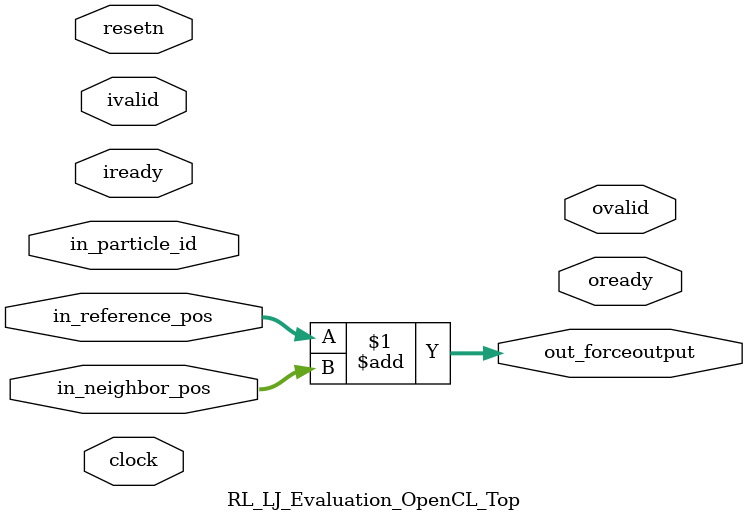
<source format=v>

module RL_LJ_Evaluation_OpenCL_Top
#(
	parameter DATA_WIDTH 					= 32,
	// Dataset defined parameters
	parameter CELL_ID_WIDTH					= 4,											// log(NUM_NEIGHBOR_CELLS)
	parameter MAX_CELL_PARTICLE_NUM		= 290,										// The maximum # of particles can be in a cell
	parameter CELL_ADDR_WIDTH				= 9,											// log(MAX_CELL_PARTICLE_NUM)
	parameter PARTICLE_ID_WIDTH			= CELL_ID_WIDTH*3+CELL_ADDR_WIDTH,	// # of bit used to represent particle ID, 9*9*7 cells, each 4-bit, each cell have max of 200 particles, 8-bit
	// In & Out buffer parameters
	parameter INPUT_BUFFER_DEPTH			= 4,
	parameter INPUT_BUFFER_ADDR_WIDTH	= 2,											// log INPUT_BUFFER_DEPTH / log 2
	parameter OUTPUT_BUFFER_DEPTH			= 64,											// This one should be large enough to hold all the values in the pipeline 
	parameter OUTPUT_BUFFER_ADDR_WIDTH	= 6,											// log OUTPUT_BUFFER_DEPTH / log 2
	// Filter parameters
	parameter FILTER_BUFFER_DEPTH 		= 32,
	parameter FILTER_BUFFER_ADDR_WIDTH	= 5,
	parameter CUTOFF_2 						= 32'h43100000,							// (12^2=144 in IEEE floating point)
	// Force Evaluation parameters
	parameter SEGMENT_NUM					= 14,
	parameter SEGMENT_WIDTH					= 4,
	parameter BIN_NUM							= 256,
	parameter BIN_WIDTH						= 8,
	parameter LOOKUP_NUM						= SEGMENT_NUM * BIN_NUM,				// SEGMENT_NUM * BIN_NUM
	parameter LOOKUP_ADDR_WIDTH			= SEGMENT_WIDTH + BIN_WIDTH			// log LOOKUP_NUM / log 2
)
(
	input clock,
	input resetn,
	// OpenCL ports
	input ivalid,						// Connect to upstream
	input iready,						// Connect to downstream
	output ovalid,						// Connect to downstream
	output oready,						//	Connect to upstream
	// Data ports
/*	
	input [PARTICLE_ID_WIDTH-1:0] in_ref_particle_id,
	input [PARTICLE_ID_WIDTH-1:0] in_neighbor_particle_id,
	input [DATA_WIDTH-1:0] in_refx,
	input [DATA_WIDTH-1:0] in_refy,
	input [DATA_WIDTH-1:0] in_refz,
	input [DATA_WIDTH-1:0] in_neighborx,
	input [DATA_WIDTH-1:0] in_neighbory,
	input [DATA_WIDTH-1:0] in_neighborz,
	output [PARTICLE_ID_WIDTH-1:0] out_ref_particle_id,
	output [PARTICLE_ID_WIDTH-1:0] out_neighbor_particle_id,
	output [DATA_WIDTH-1:0] out_LJ_Force_X,
	output [DATA_WIDTH-1:0] out_LJ_Force_Y,
	output [DATA_WIDTH-1:0] out_LJ_Force_Z
*/	
	input [2*DATA_WIDTH-1:0] in_particle_id,
	input [4*DATA_WIDTH-1:0] in_reference_pos,
	input [4*DATA_WIDTH-1:0] in_neighbor_pos,
//	output [2*DATA_WIDTH-1:0] out_particle_id,
	output [4*DATA_WIDTH-1:0] out_forceoutput
);
	
	assign out_forceoutput = in_reference_pos + in_neighbor_pos;


endmodule
</source>
